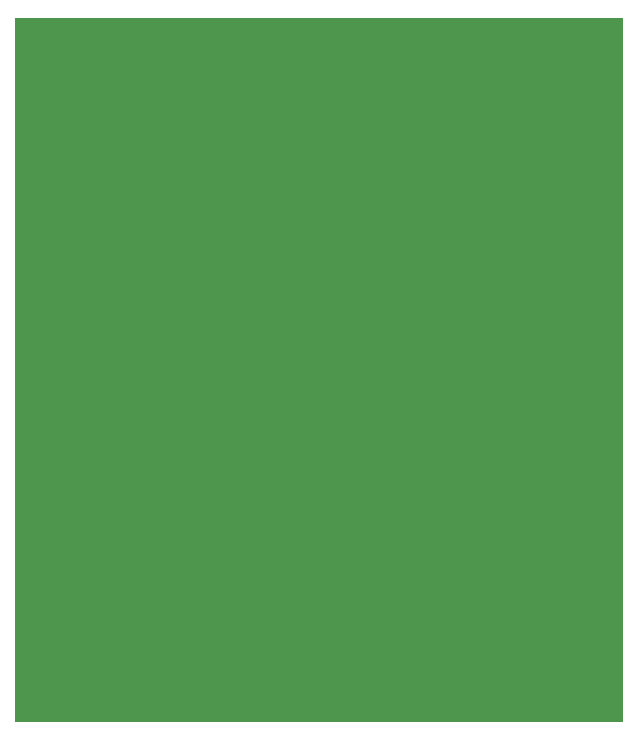
<source format=gtl>
G04*
G04 #@! TF.GenerationSoftware,Altium Limited,Altium Designer,19.1.7 (138)*
G04*
G04 Layer_Physical_Order=1*
G04 Layer_Color=255*
%FSLAX25Y25*%
%MOIN*%
G70*
G01*
G75*
%ADD13R,2.02500X2.35000*%
%ADD14C,0.25591*%
D13*
X125750Y135500D02*
D03*
D14*
X52500Y225000D02*
D03*
M02*

</source>
